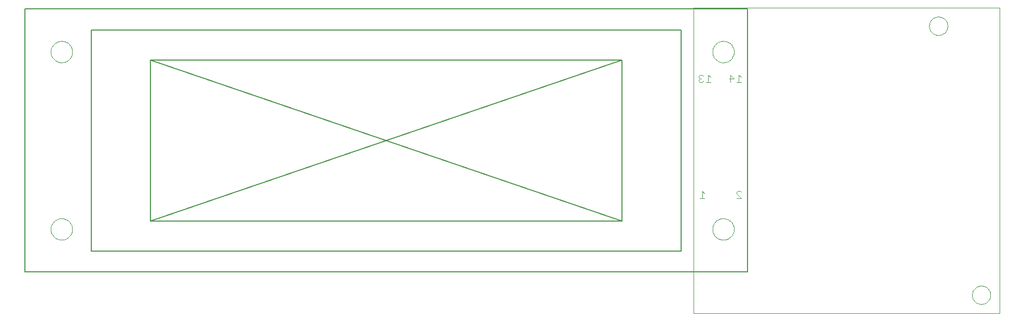
<source format=gbo>
G75*
G70*
%OFA0B0*%
%FSLAX24Y24*%
%IPPOS*%
%LPD*%
%AMOC8*
5,1,8,0,0,1.08239X$1,22.5*
%
%ADD10C,0.0000*%
%ADD11C,0.0050*%
%ADD12C,0.0040*%
D10*
X001798Y006879D02*
X001800Y006931D01*
X001806Y006983D01*
X001816Y007034D01*
X001829Y007084D01*
X001847Y007134D01*
X001868Y007181D01*
X001892Y007227D01*
X001921Y007271D01*
X001952Y007313D01*
X001986Y007352D01*
X002023Y007389D01*
X002063Y007422D01*
X002106Y007453D01*
X002150Y007480D01*
X002196Y007504D01*
X002245Y007524D01*
X002294Y007540D01*
X002345Y007553D01*
X002396Y007562D01*
X002448Y007567D01*
X002500Y007568D01*
X002552Y007565D01*
X002604Y007558D01*
X002655Y007547D01*
X002705Y007533D01*
X002754Y007514D01*
X002801Y007492D01*
X002846Y007467D01*
X002890Y007438D01*
X002931Y007406D01*
X002970Y007371D01*
X003005Y007333D01*
X003038Y007292D01*
X003068Y007250D01*
X003094Y007205D01*
X003117Y007158D01*
X003136Y007109D01*
X003152Y007059D01*
X003164Y007009D01*
X003172Y006957D01*
X003176Y006905D01*
X003176Y006853D01*
X003172Y006801D01*
X003164Y006749D01*
X003152Y006699D01*
X003136Y006649D01*
X003117Y006600D01*
X003094Y006553D01*
X003068Y006508D01*
X003038Y006466D01*
X003005Y006425D01*
X002970Y006387D01*
X002931Y006352D01*
X002890Y006320D01*
X002846Y006291D01*
X002801Y006266D01*
X002754Y006244D01*
X002705Y006225D01*
X002655Y006211D01*
X002604Y006200D01*
X002552Y006193D01*
X002500Y006190D01*
X002448Y006191D01*
X002396Y006196D01*
X002345Y006205D01*
X002294Y006218D01*
X002245Y006234D01*
X002196Y006254D01*
X002150Y006278D01*
X002106Y006305D01*
X002063Y006336D01*
X002023Y006369D01*
X001986Y006406D01*
X001952Y006445D01*
X001921Y006487D01*
X001892Y006531D01*
X001868Y006577D01*
X001847Y006624D01*
X001829Y006674D01*
X001816Y006724D01*
X001806Y006775D01*
X001800Y006827D01*
X001798Y006879D01*
X001798Y018297D02*
X001800Y018349D01*
X001806Y018401D01*
X001816Y018452D01*
X001829Y018502D01*
X001847Y018552D01*
X001868Y018599D01*
X001892Y018645D01*
X001921Y018689D01*
X001952Y018731D01*
X001986Y018770D01*
X002023Y018807D01*
X002063Y018840D01*
X002106Y018871D01*
X002150Y018898D01*
X002196Y018922D01*
X002245Y018942D01*
X002294Y018958D01*
X002345Y018971D01*
X002396Y018980D01*
X002448Y018985D01*
X002500Y018986D01*
X002552Y018983D01*
X002604Y018976D01*
X002655Y018965D01*
X002705Y018951D01*
X002754Y018932D01*
X002801Y018910D01*
X002846Y018885D01*
X002890Y018856D01*
X002931Y018824D01*
X002970Y018789D01*
X003005Y018751D01*
X003038Y018710D01*
X003068Y018668D01*
X003094Y018623D01*
X003117Y018576D01*
X003136Y018527D01*
X003152Y018477D01*
X003164Y018427D01*
X003172Y018375D01*
X003176Y018323D01*
X003176Y018271D01*
X003172Y018219D01*
X003164Y018167D01*
X003152Y018117D01*
X003136Y018067D01*
X003117Y018018D01*
X003094Y017971D01*
X003068Y017926D01*
X003038Y017884D01*
X003005Y017843D01*
X002970Y017805D01*
X002931Y017770D01*
X002890Y017738D01*
X002846Y017709D01*
X002801Y017684D01*
X002754Y017662D01*
X002705Y017643D01*
X002655Y017629D01*
X002604Y017618D01*
X002552Y017611D01*
X002500Y017608D01*
X002448Y017609D01*
X002396Y017614D01*
X002345Y017623D01*
X002294Y017636D01*
X002245Y017652D01*
X002196Y017672D01*
X002150Y017696D01*
X002106Y017723D01*
X002063Y017754D01*
X002023Y017787D01*
X001986Y017824D01*
X001952Y017863D01*
X001921Y017905D01*
X001892Y017949D01*
X001868Y017995D01*
X001847Y018042D01*
X001829Y018092D01*
X001816Y018142D01*
X001806Y018193D01*
X001800Y018245D01*
X001798Y018297D01*
X043087Y021145D02*
X043087Y001460D01*
X062772Y001460D01*
X062772Y021145D01*
X043087Y021145D01*
X044318Y018297D02*
X044320Y018349D01*
X044326Y018401D01*
X044336Y018452D01*
X044349Y018502D01*
X044367Y018552D01*
X044388Y018599D01*
X044412Y018645D01*
X044441Y018689D01*
X044472Y018731D01*
X044506Y018770D01*
X044543Y018807D01*
X044583Y018840D01*
X044626Y018871D01*
X044670Y018898D01*
X044716Y018922D01*
X044765Y018942D01*
X044814Y018958D01*
X044865Y018971D01*
X044916Y018980D01*
X044968Y018985D01*
X045020Y018986D01*
X045072Y018983D01*
X045124Y018976D01*
X045175Y018965D01*
X045225Y018951D01*
X045274Y018932D01*
X045321Y018910D01*
X045366Y018885D01*
X045410Y018856D01*
X045451Y018824D01*
X045490Y018789D01*
X045525Y018751D01*
X045558Y018710D01*
X045588Y018668D01*
X045614Y018623D01*
X045637Y018576D01*
X045656Y018527D01*
X045672Y018477D01*
X045684Y018427D01*
X045692Y018375D01*
X045696Y018323D01*
X045696Y018271D01*
X045692Y018219D01*
X045684Y018167D01*
X045672Y018117D01*
X045656Y018067D01*
X045637Y018018D01*
X045614Y017971D01*
X045588Y017926D01*
X045558Y017884D01*
X045525Y017843D01*
X045490Y017805D01*
X045451Y017770D01*
X045410Y017738D01*
X045366Y017709D01*
X045321Y017684D01*
X045274Y017662D01*
X045225Y017643D01*
X045175Y017629D01*
X045124Y017618D01*
X045072Y017611D01*
X045020Y017608D01*
X044968Y017609D01*
X044916Y017614D01*
X044865Y017623D01*
X044814Y017636D01*
X044765Y017652D01*
X044716Y017672D01*
X044670Y017696D01*
X044626Y017723D01*
X044583Y017754D01*
X044543Y017787D01*
X044506Y017824D01*
X044472Y017863D01*
X044441Y017905D01*
X044412Y017949D01*
X044388Y017995D01*
X044367Y018042D01*
X044349Y018092D01*
X044336Y018142D01*
X044326Y018193D01*
X044320Y018245D01*
X044318Y018297D01*
X058244Y019964D02*
X058246Y020012D01*
X058252Y020060D01*
X058262Y020107D01*
X058275Y020153D01*
X058293Y020198D01*
X058313Y020242D01*
X058338Y020284D01*
X058366Y020323D01*
X058396Y020360D01*
X058430Y020394D01*
X058467Y020426D01*
X058505Y020455D01*
X058546Y020480D01*
X058589Y020502D01*
X058634Y020520D01*
X058680Y020534D01*
X058727Y020545D01*
X058775Y020552D01*
X058823Y020555D01*
X058871Y020554D01*
X058919Y020549D01*
X058967Y020540D01*
X059013Y020528D01*
X059058Y020511D01*
X059102Y020491D01*
X059144Y020468D01*
X059184Y020441D01*
X059222Y020411D01*
X059257Y020378D01*
X059289Y020342D01*
X059319Y020304D01*
X059345Y020263D01*
X059367Y020220D01*
X059387Y020176D01*
X059402Y020131D01*
X059414Y020084D01*
X059422Y020036D01*
X059426Y019988D01*
X059426Y019940D01*
X059422Y019892D01*
X059414Y019844D01*
X059402Y019797D01*
X059387Y019752D01*
X059367Y019708D01*
X059345Y019665D01*
X059319Y019624D01*
X059289Y019586D01*
X059257Y019550D01*
X059222Y019517D01*
X059184Y019487D01*
X059144Y019460D01*
X059102Y019437D01*
X059058Y019417D01*
X059013Y019400D01*
X058967Y019388D01*
X058919Y019379D01*
X058871Y019374D01*
X058823Y019373D01*
X058775Y019376D01*
X058727Y019383D01*
X058680Y019394D01*
X058634Y019408D01*
X058589Y019426D01*
X058546Y019448D01*
X058505Y019473D01*
X058467Y019502D01*
X058430Y019534D01*
X058396Y019568D01*
X058366Y019605D01*
X058338Y019644D01*
X058313Y019686D01*
X058293Y019730D01*
X058275Y019775D01*
X058262Y019821D01*
X058252Y019868D01*
X058246Y019916D01*
X058244Y019964D01*
X044318Y006879D02*
X044320Y006931D01*
X044326Y006983D01*
X044336Y007034D01*
X044349Y007084D01*
X044367Y007134D01*
X044388Y007181D01*
X044412Y007227D01*
X044441Y007271D01*
X044472Y007313D01*
X044506Y007352D01*
X044543Y007389D01*
X044583Y007422D01*
X044626Y007453D01*
X044670Y007480D01*
X044716Y007504D01*
X044765Y007524D01*
X044814Y007540D01*
X044865Y007553D01*
X044916Y007562D01*
X044968Y007567D01*
X045020Y007568D01*
X045072Y007565D01*
X045124Y007558D01*
X045175Y007547D01*
X045225Y007533D01*
X045274Y007514D01*
X045321Y007492D01*
X045366Y007467D01*
X045410Y007438D01*
X045451Y007406D01*
X045490Y007371D01*
X045525Y007333D01*
X045558Y007292D01*
X045588Y007250D01*
X045614Y007205D01*
X045637Y007158D01*
X045656Y007109D01*
X045672Y007059D01*
X045684Y007009D01*
X045692Y006957D01*
X045696Y006905D01*
X045696Y006853D01*
X045692Y006801D01*
X045684Y006749D01*
X045672Y006699D01*
X045656Y006649D01*
X045637Y006600D01*
X045614Y006553D01*
X045588Y006508D01*
X045558Y006466D01*
X045525Y006425D01*
X045490Y006387D01*
X045451Y006352D01*
X045410Y006320D01*
X045366Y006291D01*
X045321Y006266D01*
X045274Y006244D01*
X045225Y006225D01*
X045175Y006211D01*
X045124Y006200D01*
X045072Y006193D01*
X045020Y006190D01*
X044968Y006191D01*
X044916Y006196D01*
X044865Y006205D01*
X044814Y006218D01*
X044765Y006234D01*
X044716Y006254D01*
X044670Y006278D01*
X044626Y006305D01*
X044583Y006336D01*
X044543Y006369D01*
X044506Y006406D01*
X044472Y006445D01*
X044441Y006487D01*
X044412Y006531D01*
X044388Y006577D01*
X044367Y006624D01*
X044349Y006674D01*
X044336Y006724D01*
X044326Y006775D01*
X044320Y006827D01*
X044318Y006879D01*
X061000Y002641D02*
X061002Y002689D01*
X061008Y002737D01*
X061018Y002784D01*
X061031Y002830D01*
X061049Y002875D01*
X061069Y002919D01*
X061094Y002961D01*
X061122Y003000D01*
X061152Y003037D01*
X061186Y003071D01*
X061223Y003103D01*
X061261Y003132D01*
X061302Y003157D01*
X061345Y003179D01*
X061390Y003197D01*
X061436Y003211D01*
X061483Y003222D01*
X061531Y003229D01*
X061579Y003232D01*
X061627Y003231D01*
X061675Y003226D01*
X061723Y003217D01*
X061769Y003205D01*
X061814Y003188D01*
X061858Y003168D01*
X061900Y003145D01*
X061940Y003118D01*
X061978Y003088D01*
X062013Y003055D01*
X062045Y003019D01*
X062075Y002981D01*
X062101Y002940D01*
X062123Y002897D01*
X062143Y002853D01*
X062158Y002808D01*
X062170Y002761D01*
X062178Y002713D01*
X062182Y002665D01*
X062182Y002617D01*
X062178Y002569D01*
X062170Y002521D01*
X062158Y002474D01*
X062143Y002429D01*
X062123Y002385D01*
X062101Y002342D01*
X062075Y002301D01*
X062045Y002263D01*
X062013Y002227D01*
X061978Y002194D01*
X061940Y002164D01*
X061900Y002137D01*
X061858Y002114D01*
X061814Y002094D01*
X061769Y002077D01*
X061723Y002065D01*
X061675Y002056D01*
X061627Y002051D01*
X061579Y002050D01*
X061531Y002053D01*
X061483Y002060D01*
X061436Y002071D01*
X061390Y002085D01*
X061345Y002103D01*
X061302Y002125D01*
X061261Y002150D01*
X061223Y002179D01*
X061186Y002211D01*
X061152Y002245D01*
X061122Y002282D01*
X061094Y002321D01*
X061069Y002363D01*
X061049Y002407D01*
X061031Y002452D01*
X061018Y002498D01*
X061008Y002545D01*
X061002Y002593D01*
X061000Y002641D01*
D11*
X000125Y004123D02*
X000125Y021052D01*
X046582Y021052D01*
X046582Y004123D01*
X000125Y004123D01*
X004416Y005462D02*
X004416Y019714D01*
X042290Y019714D01*
X042290Y005462D01*
X004416Y005462D01*
X008196Y007411D02*
X038511Y017765D01*
X008196Y017765D01*
X038511Y007411D01*
X008196Y007411D01*
X008196Y017765D01*
X038511Y017765D02*
X038511Y007411D01*
D12*
X043499Y008868D02*
X043806Y008868D01*
X043652Y008868D02*
X043652Y009328D01*
X043806Y009175D01*
X045861Y009175D02*
X046168Y008868D01*
X045861Y008868D01*
X045861Y009175D02*
X045861Y009251D01*
X045938Y009328D01*
X046091Y009328D01*
X046168Y009251D01*
X046168Y016348D02*
X045861Y016348D01*
X046015Y016348D02*
X046015Y016808D01*
X046168Y016655D01*
X045708Y016578D02*
X045401Y016578D01*
X045477Y016348D02*
X045477Y016808D01*
X045708Y016578D01*
X044199Y016655D02*
X044046Y016808D01*
X044046Y016348D01*
X044199Y016348D02*
X043893Y016348D01*
X043739Y016425D02*
X043662Y016348D01*
X043509Y016348D01*
X043432Y016425D01*
X043432Y016501D01*
X043509Y016578D01*
X043586Y016578D01*
X043509Y016578D02*
X043432Y016655D01*
X043432Y016732D01*
X043509Y016808D01*
X043662Y016808D01*
X043739Y016732D01*
M02*

</source>
